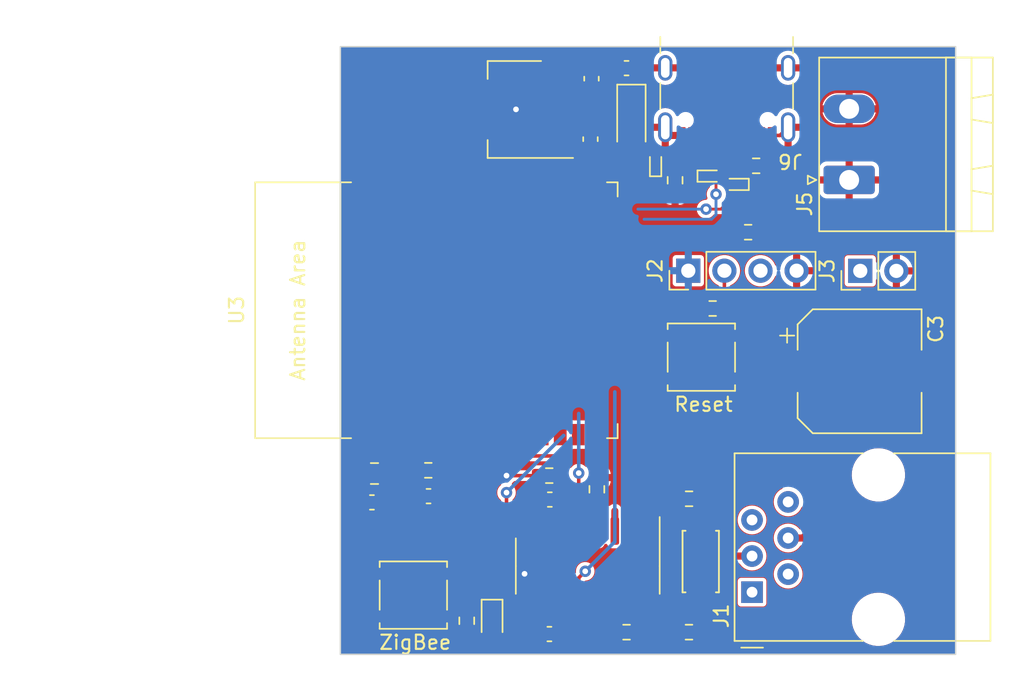
<source format=kicad_pcb>
(kicad_pcb (version 20221018) (generator pcbnew)
  (layers (0 "F.Cu" signal) (31 "B.Cu" signal) (34 "B.Paste" user) (35 "F.Paste" user) (36 "B.SilkS" user "B.Silkscreen") (37 "F.SilkS" user "F.Silkscreen") (38 "B.Mask" user) (39 "F.Mask" user) (44 "Edge.Cuts" user))
  (net 0 "")
  (net 1 "GND")
  (net 2 "Net-(U1-VDD)")
  (net 3 "Net-(U1-SC)")
  (net 4 "Net-(U1-STC)")
  (net 5 "ESP_RESET")
  (net 6 "+5V")
  (net 7 "+3.3V")
  (net 8 "MBUS1(+)")
  (net 9 "MBUS2(-)")
  (net 10 "Net-(D2-A)")
  (net 11 "Net-(D3-A)")
  (net 12 "USB_D+")
  (net 13 "USB_D-")
  (net 14 "Net-(J6-CC2)")
  (net 19 "Net-(J2-Pin_2)")
  (net 20 "Net-(J2-Pin_3)")
  (net 21 "GPIO9_BOOT_OPTION")
  (net 22 "Net-(J6-CC1)")
  (net 25 "Net-(U1-BUSL2)")
  (net 26 "Net-(U1-BUSL1)")
  (net 27 "Net-(U1-RIDD)")
  (net 28 "Net-(U1-RIS)")
  (net 29 "GPIO8_BOOT_OPTION")
  (net 30 "ZB_LED")
  (net 31 "UART0_PROG_TX")
  (net 32 "UART0_PROG_RX")
  (net 33 "ZB_BUTTON")
  (net 35 "POWER_FAIL_SIG")
  (net 37 "UART1_RX")
  (net 39 "UART1_TX")
  (footprint "Resistor_SMD:R_0603_1608Metric" (layer "F.Cu") (at 186.218207 124.24552)
    (fp_text reference "R2" hide)
    (fp_text value "220Ω")
    (fp_line (start -0.237258 -0.5225) (end 0.237258 -0.5225) (stroke (width 0.12)) (layer "F.SilkS"))
    (fp_line (start -0.237258 0.5225) (end 0.237258 0.5225) (stroke (width 0.12)) (layer "F.SilkS"))
    (pad "1" smd roundrect (at -0.825 0) (size 0.8 0.95) (layers "F.Cu" "F.Paste" "F.Mask") (net 26 "Net-(U1-BUSL1)"))
    (pad "2" smd roundrect (at 0.825 0) (size 0.8 0.95) (layers "F.Cu" "F.Paste" "F.Mask") (net 8 "MBUS1(+)"))
  )
  (footprint "Package_TO_SOT_SMD:SOT-223-3_TabPin2" (layer "F.Cu") (at 173.9646 87.4776 180)
    (fp_text reference "U2" hide)
    (fp_text value "TLV1117-33")
    (fp_line (start -4.1 -3.41) (end 1.91 -3.41) (stroke (width 0.12)) (layer "F.SilkS"))
    (fp_line (start -1.85 3.41) (end 1.91 3.41) (stroke (width 0.12)) (layer "F.SilkS"))
    (fp_line (start 1.91 -3.41) (end 1.91 -2.15) (stroke (width 0.12)) (layer "F.SilkS"))
    (fp_line (start 1.91 3.41) (end 1.91 2.15) (stroke (width 0.12)) (layer "F.SilkS"))
    (pad "1" smd rect (at -3.15 -2.3 180) (size 2 1.5) (layers "F.Cu" "F.Paste" "F.Mask") (net 1 "GND"))
    (pad "2" smd rect (at -3.15 0 180) (size 2 1.5) (layers "F.Cu" "F.Paste" "F.Mask") (net 7 "+3.3V"))
    (pad "2" smd rect (at 3.15 0 180) (size 2 3.8) (layers "F.Cu" "F.Paste" "F.Mask") (net 7 "+3.3V"))
    (pad "3" smd rect (at -3.15 2.3 180) (size 2 1.5) (layers "F.Cu" "F.Paste" "F.Mask") (net 6 "+5V"))
  )
  (footprint "Resistor_SMD:R_0603_1608Metric" (layer "F.Cu") (at 170.5858 123.4439 90)
    (fp_text reference "R7" hide)
    (fp_text value "680Ω")
    (fp_line (start -0.237258 -0.5225) (end 0.237258 -0.5225) (stroke (width 0.12)) (layer "F.SilkS"))
    (fp_line (start -0.237258 0.5225) (end 0.237258 0.5225) (stroke (width 0.12)) (layer "F.SilkS"))
    (pad "1" smd roundrect (at -0.825 0 90) (size 0.8 0.95) (layers "F.Cu" "F.Paste" "F.Mask") (net 10 "Net-(D2-A)"))
    (pad "2" smd roundrect (at 0.825 0 90) (size 0.8 0.95) (layers "F.Cu" "F.Paste" "F.Mask") (net 30 "ZB_LED"))
  )
  (footprint "Resistor_SMD:R_0603_1608Metric" (layer "F.Cu") (at 187.883811 101.475308)
    (fp_text reference "R8" hide)
    (fp_text value "160Ω")
    (fp_line (start -0.237258 -0.5225) (end 0.237258 -0.5225) (stroke (width 0.12)) (layer "F.SilkS"))
    (fp_line (start -0.237258 0.5225) (end 0.237258 0.5225) (stroke (width 0.12)) (layer "F.SilkS"))
    (pad "1" smd roundrect (at -0.825 0) (size 0.8 0.95) (layers "F.Cu" "F.Paste" "F.Mask") (net 31 "UART0_PROG_TX"))
    (pad "2" smd roundrect (at 0.825 0) (size 0.8 0.95) (layers "F.Cu" "F.Paste" "F.Mask") (net 19 "Net-(J2-Pin_2)"))
  )
  (footprint "Resistor_SMD:R_0603_1608Metric" (layer "F.Cu") (at 190.38 96.11 180)
    (fp_text reference "R9" hide)
    (fp_text value "160Ω")
    (fp_line (start -0.237258 -0.5225) (end 0.237258 -0.5225) (stroke (width 0.12)) (layer "F.SilkS"))
    (fp_line (start -0.237258 0.5225) (end 0.237258 0.5225) (stroke (width 0.12)) (layer "F.SilkS"))
    (pad "1" smd roundrect (at -0.825 0 180) (size 0.8 0.95) (layers "F.Cu" "F.Paste" "F.Mask") (net 20 "Net-(J2-Pin_3)"))
    (pad "2" smd roundrect (at 0.825 0 180) (size 0.8 0.95) (layers "F.Cu" "F.Paste" "F.Mask") (net 32 "UART0_PROG_RX"))
  )
  (footprint "Resistor_SMD:R_0603_1608Metric" (layer "F.Cu") (at 167.880319 112.861341 180)
    (fp_text reference "R5" hide)
    (fp_text value "10kΩ 1%")
    (fp_line (start -0.237258 -0.5225) (end 0.237258 -0.5225) (stroke (width 0.12)) (layer "F.SilkS"))
    (fp_line (start -0.237258 0.5225) (end 0.237258 0.5225) (stroke (width 0.12)) (layer "F.SilkS"))
    (pad "1" smd roundrect (at -0.825 0 180) (size 0.8 0.95) (layers "F.Cu" "F.Paste" "F.Mask") (net 5 "ESP_RESET"))
    (pad "2" smd roundrect (at 0.825 0 180) (size 0.8 0.95) (layers "F.Cu" "F.Paste" "F.Mask") (net 7 "+3.3V"))
  )
  (footprint "Diode_SMD:D_SOD-923" (layer "F.Cu") (at 189.568513 92.746357 180)
    (fp_text reference "D5" hide)
    (fp_text value "CPDQ5V0-HF")
    (fp_line (start -0.86 -0.4) (end -0.86 0.4) (stroke (width 0.12)) (layer "F.SilkS"))
    (fp_line (start 0.5 -0.4) (end -0.86 -0.4) (stroke (width 0.12)) (layer "F.SilkS"))
    (fp_line (start 0.5 0.4) (end -0.86 0.4) (stroke (width 0.12)) (layer "F.SilkS"))
    (pad "1" smd roundrect (at -0.42 0) (size 0.36 0.25) (layers "F.Cu" "F.Paste" "F.Mask") (net 1 "GND"))
    (pad "2" smd roundrect (at 0.42 0) (size 0.36 0.25) (layers "F.Cu" "F.Paste" "F.Mask") (net 13 "USB_D-"))
  )
  (footprint "Connector_RJ:RJ12_Amphenol_54601" (layer "F.Cu") (at 190.6548 121.4324 90)
    (fp_text reference "J1" (at -1.67 -2.16 90) (layer "F.SilkS"))
    (fp_text value "RJ12")
    (fp_line (start -3.9 0.77) (end -3.9 -0.76) (stroke (width 0.12)) (layer "F.SilkS"))
    (fp_line (start -3.43 -1.23) (end 9.77 -1.23) (stroke (width 0.12)) (layer "F.SilkS"))
    (fp_line (start -3.43 7.72) (end -3.43 7.79) (stroke (width 0.1)) (layer "F.SilkS"))
    (fp_line (start -3.43 7.79) (end -3.43 -1.23) (stroke (width 0.12)) (layer "F.SilkS"))
    (fp_line (start -3.43 16.77) (end -3.43 9.99) (stroke (width 0.12)) (layer "F.SilkS"))
    (fp_line (start 9.77 -1.23) (end 9.77 7.79) (stroke (width 0.12)) (layer "F.SilkS"))
    (fp_line (start 9.77 16.65) (end 9.77 16.77) (stroke (width 0.1)) (layer "F.SilkS"))
    (fp_line (start 9.77 16.76) (end 9.77 16.77) (stroke (width 0.1)) (layer "F.SilkS"))
    (fp_line (start 9.77 16.77) (end -3.43 16.77) (stroke (width 0.12)) (layer "F.SilkS"))
    (fp_line (start 9.77 16.77) (end 9.77 9.99) (stroke (width 0.12)) (layer "F.SilkS"))
    (pad "" np_thru_hole circle (at -1.91 8.89 90) (size 3.25 3.25) (drill 3.25) (layers "*.Cu" "*.Mask"))
    (pad "" np_thru_hole circle (at 8.25 8.89 90) (size 3.25 3.25) (drill 3.25) (layers "*.Cu" "*.Mask"))
    (pad "1" thru_hole rect (at 0 0 90) (size 1.52 1.52) (drill 0.76) (layers "*.Cu" "*.Mask"))
    (pad "2" thru_hole circle (at 1.27 2.54 90) (size 1.52 1.52) (drill 0.76) (layers "*.Cu" "*.Mask"))
    (pad "3" thru_hole circle (at 2.54 0 90) (size 1.52 1.52) (drill 0.76) (layers "*.Cu" "*.Mask") (net 8 "MBUS1(+)"))
    (pad "4" thru_hole circle (at 3.81 2.54 90) (size 1.52 1.52) (drill 0.76) (layers "*.Cu" "*.Mask") (net 9 "MBUS2(-)"))
    (pad "5" thru_hole circle (at 5.08 0 90) (size 1.52 1.52) (drill 0.76) (layers "*.Cu" "*.Mask"))
    (pad "6" thru_hole circle (at 6.35 2.54 90) (size 1.52 1.52) (drill 0.76) (layers "*.Cu" "*.Mask"))
  )
  (footprint "MountingHole:MountingHole_2.2mm_M2" (layer "F.Cu") (at 142.9004 124.841)
    (fp_text reference "H1" hide)
    (fp_text value "MountingHole")
    (pad "" np_thru_hole circle (at 0 0) (size 2.2 2.2) (drill 2.2) (layers "*.Cu" "*.Mask"))
  )
  (footprint "Capacitor_SMD:C_0603_1608Metric" (layer "F.Cu") (at 179.287871 89.563954 90)
    (fp_text reference "C6" hide)
    (fp_text value "1µF/10V")
    (fp_line (start -0.14058 -0.51) (end 0.14058 -0.51) (stroke (width 0.12)) (layer "F.SilkS"))
    (fp_line (start -0.14058 0.51) (end 0.14058 0.51) (stroke (width 0.12)) (layer "F.SilkS"))
    (pad "1" smd roundrect (at -0.775 0 90) (size 0.9 0.95) (layers "F.Cu" "F.Paste" "F.Mask") (net 1 "GND"))
    (pad "2" smd roundrect (at 0.775 0 90) (size 0.9 0.95) (layers "F.Cu" "F.Paste" "F.Mask") (net 7 "+3.3V"))
  )
  (footprint "Resistor_SMD:R_0603_1608Metric" (layer "F.Cu") (at 186.224695 114.863498)
    (fp_text reference "R1" hide)
    (fp_text value "220Ω")
    (fp_line (start -0.237258 -0.5225) (end 0.237258 -0.5225) (stroke (width 0.12)) (layer "F.SilkS"))
    (fp_line (start -0.237258 0.5225) (end 0.237258 0.5225) (stroke (width 0.12)) (layer "F.SilkS"))
    (pad "1" smd roundrect (at -0.825 0) (size 0.8 0.95) (layers "F.Cu" "F.Paste" "F.Mask") (net 25 "Net-(U1-BUSL2)"))
    (pad "2" smd roundrect (at 0.825 0) (size 0.8 0.95) (layers "F.Cu" "F.Paste" "F.Mask") (net 9 "MBUS2(-)"))
  )
  (footprint "Resistor_SMD:R_0603_1608Metric" (layer "F.Cu") (at 190.945 91.44 180)
    (fp_text reference "R10" hide)
    (fp_text value "5.1kΩ 1%")
    (fp_line (start -0.237258 -0.5225) (end 0.237258 -0.5225) (stroke (width 0.12)) (layer "F.SilkS"))
    (fp_line (start -0.237258 0.5225) (end 0.237258 0.5225) (stroke (width 0.12)) (layer "F.SilkS"))
    (pad "1" smd roundrect (at -0.825 0 180) (size 0.8 0.95) (layers "F.Cu" "F.Paste" "F.Mask") (net 1 "GND"))
    (pad "2" smd roundrect (at 0.825 0 180) (size 0.8 0.95) (layers "F.Cu" "F.Paste" "F.Mask") (net 22 "Net-(J6-CC1)"))
  )
  (footprint "LED_SMD:LED_0603_1608Metric" (layer "F.Cu") (at 172.3668 123.4439 -90)
    (fp_text reference "D2" hide)
    (fp_text value "LEDmA")
    (fp_line (start -1.485 -0.735) (end -1.485 0.735) (stroke (width 0.12)) (layer "F.SilkS"))
    (fp_line (start -1.485 0.735) (end 0.8 0.735) (stroke (width 0.12)) (layer "F.SilkS"))
    (fp_line (start 0.8 -0.735) (end -1.485 -0.735) (stroke (width 0.12)) (layer "F.SilkS"))
    (pad "1" smd roundrect (at -0.7875 0 270) (size 0.875 0.95) (layers "F.Cu" "F.Paste" "F.Mask") (net 1 "GND"))
    (pad "2" smd roundrect (at 0.7875 0 270) (size 0.875 0.95) (layers "F.Cu" "F.Paste" "F.Mask") (net 10 "Net-(D2-A)"))
  )
  (footprint "SMAJ40CA:DIOM4325X250N" (layer "F.Cu") (at 187.045223 119.2784 90)
    (fp_text reference "D1" hide)
    (fp_text value "SMAJ40CA")
    (fp_line (start -2.165 -1.28) (end -2.165 -1.07) (stroke (width 0.127)) (layer "F.SilkS"))
    (fp_line (start -2.165 1.28) (end -2.165 1.07) (stroke (width 0.127)) (layer "F.SilkS"))
    (fp_line (start -2.165 1.28) (end 2.165 1.28) (stroke (width 0.127)) (layer "F.SilkS"))
    (fp_line (start 2.165 -1.28) (end -2.165 -1.28) (stroke (width 0.127)) (layer "F.SilkS"))
    (fp_line (start 2.165 -1.07) (end 2.165 -1.28) (stroke (width 0.127)) (layer "F.SilkS"))
    (fp_line (start 2.165 1.28) (end 2.165 1.07) (stroke (width 0.127)) (layer "F.SilkS"))
    (pad "1" smd rect (at -2.115 0 90) (size 2.12 1.5) (layers "F.Cu" "F.Paste" "F.Mask") (net 8 "MBUS1(+)"))
    (pad "2" smd rect (at 2.115 0 90) (size 2.12 1.5) (layers "F.Cu" "F.Paste" "F.Mask") (net 9 "MBUS2(-)"))
  )
  (footprint "Capacitor_SMD:C_0603_1608Metric" (layer "F.Cu") (at 181.825325 84.570933 180)
    (fp_text reference "C9" hide)
    (fp_text value "10µF/25V/20%")
    (fp_line (start -0.14058 -0.51) (end 0.14058 -0.51) (stroke (width 0.12)) (layer "F.SilkS"))
    (fp_line (start -0.14058 0.51) (end 0.14058 0.51) (stroke (width 0.12)) (layer "F.SilkS"))
    (pad "1" smd roundrect (at -0.775 0 180) (size 0.9 0.95) (layers "F.Cu" "F.Paste" "F.Mask") (net 1 "GND"))
    (pad "2" smd roundrect (at 0.775 0 180) (size 0.9 0.95) (layers "F.Cu" "F.Paste" "F.Mask") (net 6 "+5V"))
  )
  (footprint "Button_Switch_SMD:SW_SPST_TL3305A" (layer "F.Cu") (at 166.83 121.64 180)
    (fp_text reference "SW2" hide)
    (fp_text value "SW_Push")
    (fp_line (start -2.37 -2.37) (end -2.37 -1.97) (stroke (width 0.12)) (layer "F.SilkS"))
    (fp_line (start -2.37 -2.37) (end 2.37 -2.37) (stroke (width 0.12)) (layer "F.SilkS"))
    (fp_line (start -2.37 1.03) (end -2.37 -1.03) (stroke (width 0.12)) (layer "F.SilkS"))
    (fp_line (start -2.37 2.37) (end -2.37 1.97) (stroke (width 0.12)) (layer "F.SilkS"))
    (fp_line (start -2.37 2.37) (end 2.37 2.37) (stroke (width 0.12)) (layer "F.SilkS"))
    (fp_line (start 2.37 -2.37) (end 2.37 -1.97) (stroke (width 0.12)) (layer "F.SilkS"))
    (fp_line (start 2.37 1.03) (end 2.37 -1.03) (stroke (width 0.12)) (layer "F.SilkS"))
    (fp_line (start 2.37 2.37) (end 2.37 1.97) (stroke (width 0.12)) (layer "F.SilkS"))
    (pad "1" smd rect (at -3.6 -1.5 180) (size 1.6 1.4) (layers "F.Cu" "F.Paste" "F.Mask") (net 33 "ZB_BUTTON"))
    (pad "1" smd rect (at 3.6 -1.5 180) (size 1.6 1.4) (layers "F.Cu" "F.Paste" "F.Mask") (net 33 "ZB_BUTTON"))
    (pad "2" smd rect (at -3.6 1.5 180) (size 1.6 1.4) (layers "F.Cu" "F.Paste" "F.Mask") (net 1 "GND"))
    (pad "2" smd rect (at 3.6 1.5 180) (size 1.6 1.4) (layers "F.Cu" "F.Paste" "F.Mask") (net 1 "GND"))
  )
  (footprint "Capacitor_SMD:CP_Elec_8x10.5" (layer "F.Cu") (at 198.2216 105.8926)
    (fp_text reference "C3" (at 5.3594 -2.9718 90) (layer "F.SilkS"))
    (fp_text value "330µF 10%")
    (fp_line (start -5.6 -2.51) (end -4.6 -2.51) (stroke (width 0.12)) (layer "F.SilkS"))
    (fp_line (start -5.1 -3.01) (end -5.1 -2.01) (stroke (width 0.12)) (layer "F.SilkS"))
    (fp_line (start -4.36 -3.295563) (end -4.36 -1.51) (stroke (width 0.12)) (layer "F.SilkS"))
    (fp_line (start -4.36 -3.295563) (end -3.295563 -4.36) (stroke (width 0.12)) (layer "F.SilkS"))
    (fp_line (start -4.36 3.295563) (end -4.36 1.51) (stroke (width 0.12)) (layer "F.SilkS"))
    (fp_line (start -4.36 3.295563) (end -3.295563 4.36) (stroke (width 0.12)) (layer "F.SilkS"))
    (fp_line (start -3.295563 -4.36) (end 4.36 -4.36) (stroke (width 0.12)) (layer "F.SilkS"))
    (fp_line (start -3.295563 4.36) (end 4.36 4.36) (stroke (width 0.12)) (layer "F.SilkS"))
    (fp_line (start 4.36 -4.36) (end 4.36 -1.51) (stroke (width 0.12)) (layer "F.SilkS"))
    (fp_line (start 4.36 4.36) (end 4.36 1.51) (stroke (width 0.12)) (layer "F.SilkS"))
    (pad "1" smd roundrect (at -3.7 0) (size 4.4 2.5) (layers "F.Cu" "F.Paste" "F.Mask") (roundrect_rratio 0.1) (net 4 "Net-(U1-STC)"))
    (pad "2" smd roundrect (at 3.7 0) (size 4.4 2.5) (layers "F.Cu" "F.Paste" "F.Mask") (roundrect_rratio 0.1) (net 1 "GND"))
  )
  (footprint "Connector_Phoenix_MSTB:PhoenixContact_MSTBA_2,5_2-G_1x02_P5.00mm_Horizontal" (layer "F.Cu") (at 197.485956 92.432998 90)
    (fp_text reference "J5" (at -1.699402 -3.125156 90) (layer "F.SilkS"))
    (fp_text value "Screw_Terminal_01x02")
    (fp_line (start -3.61 -2.11) (end -3.61 10.11) (stroke (width 0.12)) (layer "F.SilkS"))
    (fp_line (start -3.61 6.81) (end 8.61 6.81) (stroke (width 0.12)) (layer "F.SilkS"))
    (fp_line (start -3.61 8.61) (end -3.61 6.81) (stroke (width 0.12)) (layer "F.SilkS"))
    (fp_line (start -3.61 10.11) (end 8.61 10.11) (stroke (width 0.12)) (layer "F.SilkS"))
    (fp_line (start -1 10.11) (end 1 10.11) (stroke (width 0.12)) (layer "F.SilkS"))
    (fp_line (start -0.75 8.61) (end -1 10.11) (stroke (width 0.12)) (layer "F.SilkS"))
    (fp_line (start -0.3 -2.91) (end 0.3 -2.91) (stroke (width 0.12)) (layer "F.SilkS"))
    (fp_line (start 0 -2.31) (end -0.3 -2.91) (stroke (width 0.12)) (layer "F.SilkS"))
    (fp_line (start 0.3 -2.91) (end 0 -2.31) (stroke (width 0.12)) (layer "F.SilkS"))
    (fp_line (start 0.75 8.61) (end -0.75 8.61) (stroke (width 0.12)) (layer "F.SilkS"))
    (fp_line (start 1 10.11) (end 0.75 8.61) (stroke (width 0.12)) (layer "F.SilkS"))
    (fp_line (start 4 10.11) (end 6 10.11) (stroke (width 0.12)) (layer "F.SilkS"))
    (fp_line (start 4.25 8.61) (end 4 10.11) (stroke (width 0.12)) (layer "F.SilkS"))
    (fp_line (start 5.75 8.61) (end 4.25 8.61) (stroke (width 0.12)) (layer "F.SilkS"))
    (fp_line (start 6 10.11) (end 5.75 8.61) (stroke (width 0.12)) (layer "F.SilkS"))
    (fp_line (start 8.61 -2.11) (end -3.61 -2.11) (stroke (width 0.12)) (layer "F.SilkS"))
    (fp_line (start 8.61 6.81) (end 8.61 8.61) (stroke (width 0.12)) (layer "F.SilkS"))
    (fp_line (start 8.61 8.61) (end -3.61 8.61) (stroke (width 0.12)) (layer "F.SilkS"))
    (fp_line (start 8.61 10.11) (end 8.61 -2.11) (stroke (width 0.12)) (layer "F.SilkS"))
    (pad "1" thru_hole roundrect (at 0 0 90) (size 2 3.6) (drill 1.4) (layers "*.Cu" "*.Mask") (roundrect_rratio 0.125) (net 1 "GND"))
    (pad "2" thru_hole oval (at 5 0 90) (size 2 3.6) (drill 1.4) (layers "*.Cu" "*.Mask") (net 6 "+5V"))
  )
  (footprint "Resistor_SMD:R_0603_1608Metric" (layer "F.Cu") (at 179.738016 114.19598 90)
    (fp_text reference "R3" hide)
    (fp_text value "30kΩ 1%")
    (fp_line (start -0.237258 -0.5225) (end 0.237258 -0.5225) (stroke (width 0.12)) (layer "F.SilkS"))
    (fp_line (start -0.237258 0.5225) (end 0.237258 0.5225) (stroke (width 0.12)) (layer "F.SilkS"))
    (pad "1" smd roundrect (at -0.825 0 90) (size 0.8 0.95) (layers "F.Cu" "F.Paste" "F.Mask") (net 27 "Net-(U1-RIDD)"))
    (pad "2" smd roundrect (at 0.825 0 90) (size 0.8 0.95) (layers "F.Cu" "F.Paste" "F.Mask") (net 1 "GND"))
  )
  (footprint "Capacitor_SMD:C_0805_2012Metric" (layer "F.Cu") (at 164.094939 113.08616)
    (fp_text reference "C7" hide)
    (fp_text value "22µF/10V")
    (fp_line (start -0.261252 -0.735) (end 0.261252 -0.735) (stroke (width 0.12)) (layer "F.SilkS"))
    (fp_line (start -0.261252 0.735) (end 0.261252 0.735) (stroke (width 0.12)) (layer "F.SilkS"))
    (pad "1" smd roundrect (at -0.95 0) (size 1 1.45) (layers "F.Cu" "F.Paste" "F.Mask") (net 1 "GND"))
    (pad "2" smd roundrect (at 0.95 0) (size 1 1.45) (layers "F.Cu" "F.Paste" "F.Mask") (net 7 "+3.3V"))
  )
  (footprint "Package_SO:SOIC-16_3.9x9.9mm_P1.27mm" (layer "F.Cu") (at 179.0978 119.5974 -90)
    (fp_text reference "U1" hide)
    (fp_text value "NCN5150DG")
    (fp_line (start 0 -5.06) (end -3.45 -5.06) (stroke (width 0.12)) (layer "F.SilkS"))
    (fp_line (start 0 -5.06) (end 1.95 -5.06) (stroke (width 0.12)) (layer "F.SilkS"))
    (fp_line (start 0 5.06) (end -1.95 5.06) (stroke (width 0.12)) (layer "F.SilkS"))
    (fp_line (start 0 5.06) (end 1.95 5.06) (stroke (width 0.12)) (layer "F.SilkS"))
    (pad "1" smd roundrect (at -2.475 -4.445 270) (size 1.95 0.6) (layers "F.Cu" "F.Paste" "F.Mask") (net 25 "Net-(U1-BUSL2)"))
    (pad "2" smd roundrect (at -2.475 -3.175 270) (size 1.95 0.6) (layers "F.Cu" "F.Paste" "F.Mask"))
    (pad "3" smd roundrect (at -2.475 -1.905 270) (size 1.95 0.6) (layers "F.Cu" "F.Paste" "F.Mask") (net 4 "Net-(U1-STC)"))
    (pad "4" smd roundrect (at -2.475 -0.635 270) (size 1.95 0.6) (layers "F.Cu" "F.Paste" "F.Mask") (net 27 "Net-(U1-RIDD)"))
    (pad "5" smd roundrect (at -2.475 0.635 270) (size 1.95 0.6) (layers "F.Cu" "F.Paste" "F.Mask") (net 35 "POWER_FAIL_SIG"))
    (pad "6" smd roundrect (at -2.475 1.905 270) (size 1.95 0.6) (layers "F.Cu" "F.Paste" "F.Mask") (net 3 "Net-(U1-SC)"))
    (pad "7" smd roundrect (at -2.475 3.175 270) (size 1.95 0.6) (layers "F.Cu" "F.Paste" "F.Mask"))
    (pad "8" smd roundrect (at -2.475 4.445 270) (size 1.95 0.6) (layers "F.Cu" "F.Paste" "F.Mask") (net 37 "UART1_RX"))
    (pad "9" smd roundrect (at 2.475 4.445 270) (size 1.95 0.6) (layers "F.Cu" "F.Paste" "F.Mask") (net 7 "+3.3V"))
    (pad "10" smd roundrect (at 2.475 3.175 270) (size 1.95 0.6) (layers "F.Cu" "F.Paste" "F.Mask"))
    (pad "11" smd roundrect (at 2.475 1.905 270) (size 1.95 0.6) (layers "F.Cu" "F.Paste" "F.Mask") (net 2 "Net-(U1-VDD)"))
    (pad "12" smd roundrect (at 2.475 0.635 270) (size 1.95 0.6) (layers "F.Cu" "F.Paste" "F.Mask") (net 39 "UART1_TX"))
    (pad "13" smd roundrect (at 2.475 -0.635 270) (size 1.95 0.6) (layers "F.Cu" "F.Paste" "F.Mask"))
    (pad "14" smd roundrect (at 2.475 -1.905 270) (size 1.95 0.6) (layers "F.Cu" "F.Paste" "F.Mask") (net 28 "Net-(U1-RIS)"))
    (pad "15" smd roundrect (at 2.475 -3.175 270) (size 1.95 0.6) (layers "F.Cu" "F.Paste" "F.Mask") (net 1 "GND"))
    (pad "16" smd roundrect (at 2.475 -4.445 270) (size 1.95 0.6) (layers "F.Cu" "F.Paste" "F.Mask") (net 26 "Net-(U1-BUSL1)"))
  )
  (footprint "Connector_PinHeader_2.54mm:PinHeader_1x04_P2.54mm_Vertical" (layer "F.Cu") (at 186.17 98.82 90)
    (fp_text reference "J2" (at 0 -2.33 90) (layer "F.SilkS"))
    (fp_text value "Conn_01x04")
    (fp_line (start -1.33 -1.33) (end 0 -1.33) (stroke (width 0.12)) (layer "F.SilkS"))
    (fp_line (start -1.33 0) (end -1.33 -1.33) (stroke (width 0.12)) (layer "F.SilkS"))
    (fp_line (start -1.33 1.27) (end -1.33 8.95) (stroke (width 0.12)) (layer "F.SilkS"))
    (fp_line (start -1.33 1.27) (end 1.33 1.27) (stroke (width 0.12)) (layer "F.SilkS"))
    (fp_line (start -1.33 8.95) (end 1.33 8.95) (stroke (width 0.12)) (layer "F.SilkS"))
    (fp_line (start 1.33 1.27) (end 1.33 8.95) (stroke (width 0.12)) (layer "F.SilkS"))
    (pad "1" thru_hole rect (at 0 0 90) (size 1.7 1.7) (drill 1) (layers "*.Cu" "*.Mask") (net 7 "+3.3V"))
    (pad "2" thru_hole oval (at 0 2.54 90) (size 1.7 1.7) (drill 1) (layers "*.Cu" "*.Mask") (net 19 "Net-(J2-Pin_2)"))
    (pad "3" thru_hole oval (at 0 5.08 90) (size 1.7 1.7) (drill 1) (layers "*.Cu" "*.Mask") (net 20 "Net-(J2-Pin_3)"))
    (pad "4" thru_hole oval (at 0 7.62 90) (size 1.7 1.7) (drill 1) (layers "*.Cu" "*.Mask") (net 1 "GND"))
  )
  (footprint "Diode_SMD:D_SOD-923" (layer "F.Cu") (at 183.8706 91.3167 90)
    (fp_text reference "D6" hide)
    (fp_text value "CPDQ5V0-HF")
    (fp_line (start -0.86 -0.4) (end -0.86 0.4) (stroke (width 0.12)) (layer "F.SilkS"))
    (fp_line (start 0.5 -0.4) (end -0.86 -0.4) (stroke (width 0.12)) (layer "F.SilkS"))
    (fp_line (start 0.5 0.4) (end -0.86 0.4) (stroke (width 0.12)) (layer "F.SilkS"))
    (pad "1" smd roundrect (at -0.42 0 270) (size 0.36 0.25) (layers "F.Cu" "F.Paste" "F.Mask") (net 1 "GND"))
    (pad "2" smd roundrect (at 0.42 0 270) (size 0.36 0.25) (layers "F.Cu" "F.Paste" "F.Mask") (net 11 "Net-(D3-A)"))
  )
  (footprint "Capacitor_SMD:C_0603_1608Metric" (layer "F.Cu") (at 167.897862 114.678273)
    (fp_text reference "C4" hide)
    (fp_text value "1µF/16V/10%")
    (fp_line (start -0.14058 -0.51) (end 0.14058 -0.51) (stroke (width 0.12)) (layer "F.SilkS"))
    (fp_line (start -0.14058 0.51) (end 0.14058 0.51) (stroke (width 0.12)) (layer "F.SilkS"))
    (pad "1" smd roundrect (at -0.775 0) (size 0.9 0.95) (layers "F.Cu" "F.Paste" "F.Mask") (net 1 "GND"))
    (pad "2" smd roundrect (at 0.775 0) (size 0.9 0.95) (layers "F.Cu" "F.Paste" "F.Mask") (net 5 "ESP_RESET"))
  )
  (footprint "Capacitor_SMD:C_0603_1608Metric" (layer "F.Cu") (at 176.429258 114.918284)
    (fp_text reference "C2" hide)
    (fp_text value "220nF")
    (fp_line (start -0.14058 -0.51) (end 0.14058 -0.51) (stroke (width 0.12)) (layer "F.SilkS"))
    (fp_line (start -0.14058 0.51) (end 0.14058 0.51) (stroke (width 0.12)) (layer "F.SilkS"))
    (pad "1" smd roundrect (at -0.775 0) (size 0.9 0.95) (layers "F.Cu" "F.Paste" "F.Mask") (net 1 "GND"))
    (pad "2" smd roundrect (at 0.775 0) (size 0.9 0.95) (layers "F.Cu" "F.Paste" "F.Mask") (net 3 "Net-(U1-SC)"))
  )
  (footprint "Button_Switch_SMD:SW_SPST_TL3305A" (layer "F.Cu") (at 187.09 104.9 180)
    (fp_text reference "SW1" hide)
    (fp_text value "SW_Push")
    (fp_line (start -2.37 -2.37) (end -2.37 -1.97) (stroke (width 0.12)) (layer "F.SilkS"))
    (fp_line (start -2.37 -2.37) (end 2.37 -2.37) (stroke (width 0.12)) (layer "F.SilkS"))
    (fp_line (start -2.37 1.03) (end -2.37 -1.03) (stroke (width 0.12)) (layer "F.SilkS"))
    (fp_line (start -2.37 2.37) (end -2.37 1.97) (stroke (width 0.12)) (layer "F.SilkS"))
    (fp_line (start -2.37 2.37) (end 2.37 2.37) (stroke (width 0.12)) (layer "F.SilkS"))
    (fp_line (start 2.37 -2.37) (end 2.37 -1.97) (stroke (width 0.12)) (layer "F.SilkS"))
    (fp_line (start 2.37 1.03) (end 2.37 -1.03) (stroke (width 0.12)) (layer "F.SilkS"))
    (fp_line (start 2.37 2.37) (end 2.37 1.97) (stroke (width 0.12)) (layer "F.SilkS"))
    (pad "1" smd rect (at -3.6 -1.5 180) (size 1.6 1.4) (layers "F.Cu" "F.Paste" "F.Mask") (net 1 "GND"))
    (pad "1" smd rect (at 3.6 -1.5 180) (size 1.6 1.4) (layers "F.Cu" "F.Paste" "F.Mask") (net 1 "GND"))
    (pad "2" smd rect (at -3.6 1.5 180) (size 1.6 1.4) (layers "F.Cu" "F.Paste" "F.Mask") (net 5 "ESP_RESET"))
    (pad "2" smd rect (at 3.6 1.5 180) (size 1.6 1.4) (layers "F.Cu" "F.Paste" "F.Mask") (net 5 "ESP_RESET"))
  )
  (footprint "Resistor_SMD:R_0603_1608Metric" (layer "F.Cu") (at 185.2422 92.456 90)
    (fp_text reference "R11" hide)
    (fp_text value "5.1kΩ 1%")
    (fp_line (start -0.237258 -0.5225) (end 0.237258 -0.5225) (stroke (width 0.12)) (layer "F.SilkS"))
    (fp_line (start -0.237258 0.5225) (end 0.237258 0.5225) (stroke (width 0.12)) (layer "F.SilkS"))
    (pad "1" smd roundrect (at -0.825 0 90) (size 0.8 0.95) (layers "F.Cu" "F.Paste" "F.Mask") (net 1 "GND"))
    (pad "2" smd roundrect (at 0.825 0 90) (size 0.8 0.95) (layers "F.Cu" "F.Paste" "F.Mask") (net 14 "Net-(J6-CC2)"))
  )
  (footprint "Resistor_SMD:R_0603_1608Metric" (layer "F.Cu") (at 176.38933 113.234057 180)
    (fp_text reference "R6" hide)
    (fp_text value "10kΩ 1%")
    (fp_line (start -0.237258 -0.5225) (end 0.237258 -0.5225) (stroke (width 0.12)) (layer "F.SilkS"))
    (fp_line (start -0.237258 0.5225) (end 0.237258 0.5225) (stroke (width 0.12)) (layer "F.SilkS"))
    (pad "1" smd roundrect (at -0.825 0 180) (size 0.8 0.95) (layers "F.Cu" "F.Paste" "F.Mask") (net 29 "GPIO8_BOOT_OPTION"))
    (pad "2" smd roundrect (at 0.825 0 180) (size 0.8 0.95) (layers "F.Cu" "F.Paste" "F.Mask") (net 7 "+3.3V"))
  )
  (footprint "Resistor_SMD:R_0603_1608Metric" (layer "F.Cu") (at 181.828066 124.246962 180)
    (fp_text reference "R4" hide)
    (fp_text value "100Ω 1%")
    (fp_line (start -0.237258 -0.5225) (end 0.237258 -0.5225) (stroke (width 0.12)) (layer "F.SilkS"))
    (fp_line (start -0.237258 0.5225) (end 0.237258 0.5225) (stroke (width 0.12)) (layer "F.SilkS"))
    (pad "1" smd roundrect (at -0.825 0 180) (size 0.8 0.95) (layers "F.Cu" "F.Paste" "F.Mask") (net 1 "GND"))
    (pad "2" smd roundrect (at 0.825 0 180) (size 0.8 0.95) (layers "F.Cu" "F.Paste" "F.Mask") (net 28 "Net-(U1-RIS)"))
  )
  (footprint "Capacitor_SMD:C_0603_1608Metric" (layer "F.Cu") (at 163.914939 115.11616)
    (fp_text reference "C8" hide)
    (fp_text value "0.1µF/50V/10%")
    (fp_line (start -0.14058 -0.51) (end 0.14058 -0.51) (stroke (width 0.12)) (layer "F.SilkS"))
    (fp_line (start -0.14058 0.51) (end 0.14058 0.51) (stroke (width 0.12)) (layer "F.SilkS"))
    (pad "1" smd roundrect (at -0.775 0) (size 0.9 0.95) (layers "F.Cu" "F.Paste" "F.Mask") (net 1 "GND"))
    (pad "2" smd roundrect (at 0.775 0) (size 0.9 0.95) (layers "F.Cu" "F.Paste" "F.Mask") (net 7 "+3.3V"))
  )
  (footprint "Connector_PinHeader_2.54mm:PinHeader_1x02_P2.54mm_Vertical" (layer "F.Cu") (at 198.2674 98.8314 90)
    (fp_text reference "J3" (at 0 -2.33 90) (layer "F.SilkS"))
    (fp_text value "Conn_01x02")
    (fp_line (start -1.33 -1.33) (end 0 -1.33) (stroke (width 0.12)) (layer "F.SilkS"))
    (fp_line (start -1.33 0) (end -1.33 -1.33) (stroke (width 0.12)) (layer "F.SilkS"))
    (fp_line (start -1.33 1.27) (end -1.33 3.87) (stroke (width 0.12)) (layer "F.SilkS"))
    (fp_line (start -1.33 1.27) (end 1.33 1.27) (stroke (width 0.12)) (layer "F.SilkS"))
    (fp_line (start -1.33 3.87) (end 1.33 3.87) (stroke (width 0.12)) (layer "F.SilkS"))
    (fp_line (start 1.33 1.27) (end 1.33 3.87) (stroke (width 0.12)) (layer "F.SilkS"))
    (pad "1" thru_hole rect (at 0 0 90) (size 1.7 1.7) (drill 1) (layers "*.Cu" "*.Mask") (net 21 "GPIO9_BOOT_OPTION"))
    (pad "2" thru_hole oval (at 0 2.54 90) (size 1.7 1.7) (drill 1) (layers "*.Cu" "*.Mask") (net 1 "GND"))
  )
  (footprint "Capacitor_SMD:C_0603_1608Metric" (layer "F.Cu") (at 176.4008 124.3784)
    (fp_text reference "C1" hide)
    (fp_text value "10µF")
    (fp_line (start -0.14058 -0.51) (end 0.14058 -0.51) (stroke (width 0.12)) (layer "F.SilkS"))
    (fp_line (start -0.14058 0.51) (end 0.14058 0.51) (stroke (width 0.12)) (layer "F.SilkS"))
    (pad "1" smd roundrect (at -0.775 0) (size 0.9 0.95) (layers "F.Cu" "F.Paste" "F.Mask") (net 1 "GND"))
    (pad "2" smd roundrect (at 0.775 0) (size 0.9 0.95) (layers "F.Cu" "F.Paste" "F.Mask") (net 2 "Net-(U1-VDD)"))
  )
  (footprint "Diode_SMD:D_SOD-923" (layer "F.Cu") (at 187.6769 92.164)
    (fp_text reference "D4" hide)
    (fp_text value "CPDQ5V0-HF")
    (fp_line (start -0.86 -0.4) (end -0.86 0.4) (stroke (width 0.12)) (layer "F.SilkS"))
    (fp_line (start 0.5 -0.4) (end -0.86 -0.4) (stroke (width 0.12)) (layer "F.SilkS"))
    (fp_line (start 0.5 0.4) (end -0.86 0.4) (stroke (width 0.12)) (layer "F.SilkS"))
    (pad "1" smd roundrect (at -0.42 0 180) (size 0.36 0.25) (layers "F.Cu" "F.Paste" "F.Mask") (net 1 "GND"))
    (pad "2" smd roundrect (at 0.42 0 180) (size 0.36 0.25) (layers "F.Cu" "F.Paste" "F.Mask") (net 12 "USB_D+"))
  )
  (footprint "Espressif:ESP32-C6-WROOM-1" (layer "F.Cu") (at 171.45 101.6 90)
    (fp_text reference "U3" (at 0 -17.05 90) (layer "F.SilkS"))
    (fp_text value "ESP32-C6-WROOM-1")
    (fp_text user "Antenna Area" (at 0 -12.75 90) (layer "F.SilkS"))
    (fp_line (start -9 -15.75) (end -9 -9) (stroke (width 0.12)) (layer "F.SilkS"))
    (fp_line (start -9 -15.75) (end 9 -15.75) (stroke (width 0.12)) (layer "F.SilkS"))
    (fp_line (start -9 9) (end -9 9.75) (stroke (width 0.12)) (layer "F.SilkS"))
    (fp_line (start -9 9.75) (end -8 9.75) (stroke (width 0.12)) (layer "F.SilkS"))
    (fp_line (start 9 -15.75) (end 9 -9) (stroke (width 0.12)) (layer "F.SilkS"))
    (fp_line (start 9 -9.75) (end -9 -9.75) (stroke (width 0.12)) (layer "F.SilkS"))
    (fp_line (start 9 9) (end 9 9.75) (stroke (width 0.12)) (layer "F.SilkS"))
    (fp_line (start 9 9.75) (end 8 9.75) (stroke (width 0.12)) (layer "F.SilkS"))
    (pad "1" smd rect (at -8.75 -8.26 90) (size 1.5 0.9) (layers "F.Cu" "F.Paste" "F.Mask") (net 1 "GND"))
    (pad "2" smd rect (at -8.75 -6.99 90) (size 1.5 0.9) (layers "F.Cu" "F.Paste" "F.Mask") (net 7 "+3.3V"))
    (pad "3" smd rect (at -8.75 -5.72 90) (size 1.5 0.9) (layers "F.Cu" "F.Paste" "F.Mask") (net 5 "ESP_RESET"))
    (pad "4" smd rect (at -8.75 -4.45 90) (size 1.5 0.9) (layers "F.Cu" "F.Paste" "F.Mask"))
    (pad "5" smd rect (at -8.75 -3.18 90) (size 1.5 0.9) (layers "F.Cu" "F.Paste" "F.Mask"))
    (pad "6" smd rect (at -8.75 -1.91 90) (size 1.5 0.9) (layers "F.Cu" "F.Paste" "F.Mask"))
    (pad "7" smd rect (at -8.75 -0.64 90) (size 1.5 0.9) (layers "F.Cu" "F.Paste" "F.Mask"))
    (pad "8" smd rect (at -8.75 0.63 90) (size 1.5 0.9) (layers "F.Cu" "F.Paste" "F.Mask") (net 33 "ZB_BUTTON"))
    (pad "9" smd rect (at -8.75 1.9 90) (size 1.5 0.9) (layers "F.Cu" "F.Paste" "F.Mask") (net 30 "ZB_LED"))
    (pad "10" smd rect (at -8.75 3.17 90) (size 1.5 0.9) (layers "F.Cu" "F.Paste" "F.Mask") (net 29 "GPIO8_BOOT_OPTION"))
    (pad "11" smd rect (at -8.75 4.44 90) (size 1.5 0.9) (layers "F.Cu" "F.Paste" "F.Mask"))
    (pad "12" smd rect (at -8.75 5.71 90) (size 1.5 0.9) (layers "F.Cu" "F.Paste" "F.Mask") (net 1 "GND"))
    (pad "13" smd rect (at -8.75 6.98 90) (size 1.5 0.9) (layers "F.Cu" "F.Paste" "F.Mask") (net 13 "USB_D-"))
    (pad "14" smd rect (at -8.75 8.25 90) (size 1.5 0.9) (layers "F.Cu" "F.Paste" "F.Mask") (net 12 "USB_D+"))
    (pad "15" smd rect (at 8.75 8.25 270) (size 1.5 0.9) (layers "F.Cu" "F.Paste" "F.Mask") (net 21 "GPIO9_BOOT_OPTION"))
    (pad "16" smd rect (at 8.75 6.98 270) (size 1.5 0.9) (layers "F.Cu" "F.Paste" "F.Mask"))
    (pad "17" smd rect (at 8.75 5.71 270) (size 1.5 0.9) (layers "F.Cu" "F.Paste" "F.Mask"))
    (pad "18" smd rect (at 8.75 4.44 270) (size 1.5 0.9) (layers "F.Cu" "F.Paste" "F.Mask"))
    (pad "19" smd rect (at 8.75 3.17 270) (size 1.5 0.9) (layers "F.Cu" "F.Paste" "F.Mask") (net 35 "POWER_FAIL_SIG"))
    (pad "20" smd rect (at 8.75 1.9 270) (size 1.5 0.9) (layers "F.Cu" "F.Paste" "F.Mask") (net 37 "UART1_RX"))
    (pad "21" smd rect (at 8.75 0.63 270) (size 1.5 0.9) (layers "F.Cu" "F.Paste" "F.Mask") (net 39 "UART1_TX"))
    (pad "22" smd rect (at 8.75 -0.64 270) (size 1.5 0.9) (layers "F.Cu" "F.Paste" "F.Mask"))
    (pad "23" smd rect (at 8.75 -1.91 270) (size 1.5 0.9) (layers "F.Cu" "F.Paste" "F.Mask"))
    (pad "24" smd rect (at 8.75 -3.18 270) (size 1.5 0.9) (layers "F.Cu" "F.Paste" "F.Mask") (net 32 "UART0_PROG_RX"))
    (pad "25" smd rect (at 8.75 -4.45 270) (size 1.5 0.9) (layers "F.Cu" "F.Paste" "F.Mask") (net 31 "UART0_PROG_TX"))
    (pad "26" smd rect (at 8.75 -5.72 270) (size 1.5 0.9) (layers "F.Cu" "F.Paste" "F.Mask"))
    (pad "27" smd rect (at 8.75 -6.99 270) (size 1.5 0.9) (layers "F.Cu" "F.Paste" "F.Mask"))
    (pad "28" smd rect (at 8.75 -8.26 270) (size 1.5 0.9) (layers "F.Cu" "F.Paste" "F.Mask") (net 1 "GND"))
    (pad "29" smd rect (at -2.755 -3.79 270) (size 0.8 0.8) (layers "F.Cu" "F.Paste" "F.Mask") (net 1 "GND"))
    (pad "29" smd rect (at -2.755 -2.54 270) (size 0.8 0.8) (layers "F.Cu" "F.Paste" "F.Mask") (net 1 "GND"))
    (pad "29" smd rect (at -2.755 -1.29 270) (size 0.8 0.8) (layers "F.Cu" "F.Paste" "F.Mask") (net 1 "GND"))
    (pad "29" smd rect (at -1.505 -3.79 270) (size 0.8 0.8) (layers "F.Cu" "F.Paste" "F.Mask") (net 1 "GND"))
    (pad "29" smd rect (at -1.505 -2.54 270) (size 0.8 0.8) (layers "F.Cu" "F.Paste" "F.Mask") (net 1 "GND"))
    (pad "29" smd rect (at -1.505 -1.29 270) (size 0.8 0.8) (layers "F.Cu" "F.Paste" "F.Mask") (net 1 "GND"))
    (pad "29" smd rect (at -0.255 -3.79 270) (size 0.8 0.8) (layers "F.Cu" "F.Paste" "F.Mask") (net 1 "GND"))
    (pad "29" smd rect (at -0.255 -2.54 270) (size 0.8 0.8) (layers "F.Cu" "F.Paste" "F.Mask") (net 1 "GND"))
    (pad "29" smd rect (at -0.255 -1.29 270) (size 0.8 0.8) (layers "F.Cu" "F.Paste" "F.Mask") (net 1 "GND"))
    (zone (net 0) (net_name "") (layers "*.Cu") (name "Antenna Keep out") (connect_pads (clearance 0)) (min_thickness 0.254)
      (keepout (tracks not_allowed) (vias not_allowed) (pads not_allowed) (copperpour not_allowed) (footprints not_allowed))
      (fill (thermal_gap 0.508) (thermal_bridge_width 0.508))
      (polygon (pts (xy 161.7 92.6) (xy 161.7 110.6) (xy 155.7 110.6) (xy 155.7 92.6)))
    )
  )
  (footprint "Connector_USB:USB_C_Receptacle_GCT_USB4105-xx-A_16P_TopMnt_Horizontal" (layer "F.Cu") (at 188.869954 85.623702 180)
    (fp_text reference "J6" (at -4.474846 -5.5 180 unlocked) (layer "F.SilkS"))
    (fp_text value "USB_C_Receptacle_USB2.0")
    (fp_line (start -4.67 0) (end -4.67 -1.8) (stroke (width 0.12)) (layer "F.SilkS"))
    (fp_line (start -4.67 2.1) (end -4.67 3.25) (stroke (width 0.12)) (layer "F.SilkS"))
    (fp_line (start 4.67 0) (end 4.67 -1.8) (stroke (width 0.12)) (layer "F.SilkS"))
    (fp_line (start 4.67 2.1) (end 4.67 3.25) (stroke (width 0.12)) (layer "F.SilkS"))
    (pad "" np_thru_hole circle (at -2.89 -2.605 180) (size 0.65 0.65) (drill 0.65) (layers "F&B.Cu" "*.Mask"))
    (pad "" np_thru_hole circle (at 2.89 -2.605 180) (size 0.65 0.65) (drill 0.65) (layers "F&B.Cu" "*.Mask"))
    (pad "A1" smd rect (at -3.2 -3.68 180) (size 0.6 1.15) (layers "F.Cu" "F.Paste" "F.Mask") (net 1 "GND"))
    (pad "A4" smd rect (at -2.4 -3.68 180) (size 0.6 1.15) (layers "F.Cu" "F.Paste" "F.Mask") (net 11 "Net-(D3-A)"))
    (pad "A5" smd rect (at -1.25 -3.68 180) (size 0.3 1.15) (layers "F.Cu" "F.Paste" "F.Mask") (net 22 "Net-(J6-CC1)"))
    (pad "A6" smd rect (at -0.25 -3.68 180) (size 0.3 1.15) (layers "F.Cu" "F.Paste" "F.Mask") (net 12 "USB_D+"))
    (pad "A7" smd rect (at 0.25 -3.68 180) (size 0.3 1.15) (layers "F.Cu" "F.Paste" "F.Mask") (net 13 "USB_D-"))
    (pad "A8" smd rect (at 1.25 -3.68 180) (size 0.3 1.15) (layers "F.Cu" "F.Paste" "F.Mask"))
    (pad "A9" smd rect (at 2.4 -3.68 180) (size 0.6 1.15) (layers "F.Cu" "F.Paste" "F.Mask") (net 11 "Net-(D3-A)"))
    (pad "A12" smd rect (at 3.2 -3.68 180) (size 0.6 1.15) (layers "F.Cu" "F.Paste" "F.Mask") (net 1 "GND"))
    (pad "B1" smd rect (at 3.2 -3.68 180) (size 0.6 1.15) (layers "F.Cu" "F.Paste" "F.Mask") (net 1 "GND"))
    (pad "B4" smd rect (at 2.4 -3.68 180) (size 0.6 1.15) (layers "F.Cu" "F.Paste" "F.Mask") (net 11 "Net-(D3-A)"))
    (pad "B5" smd rect (at 1.75 -3.68 180) (size 0.3 1.15) (layers "F.Cu" "F.Paste" "F.Mask") (net 14 "Net-(J6-CC2)"))
    (pad "B6" smd rect (at 0.75 -3.68 180) (size 0.3 1.15) (layers "F.Cu" "F.Paste" "F.Mask") (net 12 "USB_D+"))
    (pad "B7" smd rect (at -0.75 -3.68 180) (size 0.3 1.15) (layers "F.Cu" "F.Paste" "F.Mask") (net 13 "USB_D-"))
    (pad "B8" smd rect (at -1.75 -3.68 180) (size 0.3 1.15) (layers "F.Cu" "F.Paste" "F.Mask"))
    (pad "B9" smd rect (at -2.4 -3.68 180) (size 0.6 1.15) (layers "F.Cu" "F.Paste" "F.Mask") (net 11 "Net-(D3-A)"))
    (pad "B12" smd rect (at -3.2 -3.68 180) (size 0.6 1.15) (layers "F.Cu" "F.Paste" "F.Mask") (net 1 "GND"))
    (pad "S1" thru_hole oval (at -4.32 -3.105 180) (size 1 2.1) (drill oval 0.6 1.7) (layers "*.Cu" "*.Mask") (net 1 "GND"))
    (pad "S1" thru_hole oval (at -4.32 1.075 180) (size 1 1.8) (drill oval 0.6 1.4) (layers "*.Cu" "*.Mask") (net 1 "GND"))
    (pad "S1" thru_hole oval (at 4.32 -3.105 180) (size 1 2.1) (drill oval 0.6 1.7) (layers "*.Cu" "*.Mask") (net 1 "GND"))
    (pad "S1" thru_hole oval (at 4.32 1.075 180) (size 1 1.8) (drill oval 0.6 1.4) (layers "*.Cu" "*.Mask") (net 1 "GND"))
  )
  (footprint "Capacitor_SMD:C_0603_1608Metric" (layer "F.Cu") (at 179.36 85.31 -90)
    (fp_text reference "C5" hide)
    (fp_text value "1µF/10V")
    (fp_line (start -0.14058 -0.51) (end 0.14058 -0.51) (stroke (width 0.12)) (layer "F.SilkS"))
    (fp_line (start -0.14058 0.51) (end 0.14058 0.51) (stroke (width 0.12)) (layer "F.SilkS"))
    (pad "1" smd roundrect (at -0.775 0 270) (size 0.9 0.95) (layers "F.Cu" "F.Paste" "F.Mask") (net 1 "GND"))
    (pad "2" smd roundrect (at 0.775 0 270) (size 0.9 0.95) (layers "F.Cu" "F.Paste" "F.Mask") (net 6 "+5V"))
  )
  (footprint "Diode_SMD:D_SOD-123" (layer "F.Cu") (at 182.1688 88.0872 -90)
    (fp_text reference "D3" hide)
    (fp_text value "1N5819")
    (fp_line (start -2.36 -1) (end -2.36 1) (stroke (width 0.12)) (layer "F.SilkS"))
    (fp_line (start -2.36 -1) (end 1.65 -1) (stroke (width 0.12)) (layer "F.SilkS"))
    (fp_line (start -2.36 1) (end 1.65 1) (stroke (width 0.12)) (layer "F.SilkS"))
    (pad "1" smd roundrect (at -1.65 0 270) (size 0.9 1.2) (layers "F.Cu" "F.Paste" "F.Mask") (net 6 "+5V"))
    (pad "2" smd roundrect (at 1.65 0 270) (size 0.9 1.2) (layers "F.Cu" "F.Paste" "F.Mask") (net 11 "Net-(D3-A)"))
  )
  (gr_rect (start 161.6964 83.058) (end 204.978 125.8062) (stroke (width 0.1)) (fill none) (layer "Edge.Cuts"))
  (gr_text "Reset" (at 185.09 108.81) (layer "F.SilkS") (effects (font (size 1 1)) (justify left bottom)))
  (gr_text "ZigBee" (at 164.3408 125.5516) (layer "F.SilkS") (effects (font (size 1 1)) (justify left bottom)))
  (segment (start 184.549954 89.303702) (end 185.669954 89.303702) (width 0.25) (layer "F.Cu") (net 1))
  (segment (start 182.2728 123.866696) (end 182.653066 124.246962) (width 0.5) (layer "F.Cu") (net 1))
  (segment (start 192.069954 89.303702) (end 192.614954 89.303702) (width 0.25) (layer "F.Cu") (net 1))
  (segment (start 176.4008 114.171742) (end 176.4008 113.9784) (width 0.6) (layer "F.Cu") (net 1))
  (segment (start 175.654258 114.918284) (end 176.4008 114.171742) (width 0.6) (layer "F.Cu") (net 1))
  (segment (start 192.614954 89.303702) (end 193.189954 88.728702) (width 0.25) (layer "F.Cu") (net 1))
  (segment (start 184.549954 88.728702) (end 184.549954 89.303702) (width 0.25) (layer "F.Cu") (net 1))
  (segment (start 182.2728 122.0724) (end 182.2728 123.866696) (width 0.5) (layer "F.Cu") (net 1))
  (segment (start 177.186361 124.242637) (end 177.186361 122.078839) (width 0.5) (layer "F.Cu") (net 2))
  (segment (start 177.186361 122.078839) (end 177.1928 122.0724) (width 0.25) (layer "F.Cu") (net 2))
  (segment (start 177.1928 114.929742) (end 177.204258 114.918284) (width 0.25) (layer "F.Cu") (net 3))
  (segment (start 177.1928 117.1224) (end 177.1928 114.929742) (width 0.5) (layer "F.Cu") (net 3))
  (segment (start 181.0028 117.1224) (end 181.0028 115.7224) (width 0.5) (layer "F.Cu") (net 4))
  (segment (start 168.705319 112.861341) (end 168.705319 114.645816) (width 0.25) (layer "F.Cu") (net 5))
  (segment (start 168.705319 114.645816) (end 168.672862 114.678273) (width 0.25) (layer "F.Cu") (net 5))
  (segment (start 165.73 111.36) (end 166.1 111.73) (width 0.25) (layer "F.Cu") (net 5))
  (segment (start 165.73 110.35) (end 165.73 111.36) (width 0.25) (layer "F.Cu") (net 5))
  (segment (start 168.42 111.73) (end 168.705319 112.015319) (width 0.25) (layer "F.Cu") (net 5))
  (segment (start 166.1 111.73) (end 168.42 111.73) (width 0.25) (layer "F.Cu") (net 5))
  (segment (start 168.705319 112.015319) (end 168.705319 112.861341) (width 0.25) (layer "F.Cu") (net 5))
  (segment (start 177.126 85.1662) (end 177.1146 85.1776) (width 0.25) (layer "F.Cu") (net 6))
  (segment (start 179.36 86.085) (end 178.022 86.085) (width 0.5) (layer "F.Cu") (net 6))
  (segment (start 178.022 86.085) (end 177.1146 85.1776) (width 0.5) (layer "F.Cu") (net 6))
  (segment (start 173.3828 113.2332) (end 173.383657 113.234057) (width 0.25) (layer "F.Cu") (net 7))
  (segment (start 178.689 87.4776) (end 177.1146 87.4776) (width 0.25) (layer "F.Cu") (net 7))
  (segment (start 179.287871 88.788954) (end 179.287871 88.076471) (width 0.25) (layer "F.Cu") (net 7))
  (segment (start 179.287871 88.076471) (end 178.689 87.4776) (width 0.25) (layer "F.Cu") (net 7))
  (segment (start 174.0576 87.4776) (end 174.05 87.47) (width 0.25) (layer "F.Cu") (net 7))
  (segment (start 177.1146 87.4776) (end 174.0576 87.4776) (width 0.5) (layer "F.Cu") (net 7))
  (segment (start 174.0424 87.4776) (end 170.8146 87.4776) (width 0.5) (layer "F.Cu") (net 7))
  (segment (start 174.05 87.47) (end 174.0424 87.4776) (width 0.5) (layer "F.Cu") (net 7))
  (segment (start 173.383657 113.234057) (end 175.56433 113.234057) (width 0.25) (layer "F.Cu") (net 7))
  (segment (start 174.6528 122.0724) (end 174.6528 120.142) (width 0.25) (layer "F.Cu") (net 7))
  (via (at 174.6528 120.142) (size 0.8) (drill 0.4) (layers "F.Cu" "B.Cu") (net 7))
  (via (at 174.05 87.47) (size 0.8) (drill 0.4) (layers "F.Cu" "B.Cu") (net 7))
  (via (at 173.3828 113.2332) (size 0.8) (drill 0.4) (layers "F.Cu" "B.Cu") (net 7))
  (segment (start 187.043207 121.035993) (end 187.043207 121.809997) (width 0.5) (layer "F.Cu") (net 8))
  (segment (start 190.6548 118.8924) (end 189.1868 118.8924) (width 0.5) (layer "F.Cu") (net 8))
  (segment (start 189.1868 118.8924) (end 187.043207 121.035993) (width 0.5) (layer "F.Cu") (net 8))
  (segment (start 187.043207 124.24552) (end 187.043207 121.809997) (width 0.5) (layer "F.Cu") (net 8))
  (segment (start 187.043207 121.809997) (end 187.045223 121.807981) (width 0.25) (layer "F.Cu") (net 8))
  (segment (start 194.8688 114.0944) (end 194.2108 113.4364) (width 0.5) (layer "F.Cu") (net 9))
  (segment (start 188.4428 113.4364) (end 187.049695 114.829505) (width 0.5) (layer "F.Cu") (net 9))
  (segment (start 187.049695 117.158928) (end 187.045223 117.1634) (width 0.5) (layer "F.Cu") (net 9))
  (segment (start 187.049695 114.829505) (end 187.049695 114.863498) (width 0.5) (layer "F.Cu") (net 9))
  (segment (start 194.2108 113.4364) (end 188.4428 113.4364) (width 0.5) (layer "F.Cu") (net 9))
  (segment (start 194.2388 117.6224) (end 194.8688 116.9924) (width 0.5) (layer "F.Cu") (net 9))
  (segment (start 194.8688 116.9924) (end 194.8688 114.0944) (width 0.5) (layer "F.Cu") (net 9))
  (segment (start 187.049695 114.863498) (end 187.049695 117.158928) (width 0.5) (layer "F.Cu") (net 9))
  (segment (start 193.1948 117.6224) (end 194.2388 117.6224) (width 0.5) (layer "F.Cu") (net 9))
  (segment (start 172.3293 124.2689) (end 172.3668 124.2314) (width 0.25) (layer "F.Cu") (net 10))
  (segment (start 170.5858 124.2689) (end 172.3293 124.2689) (width 0.25) (layer "F.Cu") (net 10))
  (segment (start 186.469954 90.390046) (end 185.9534 90.9066) (width 0.25) (layer "F.Cu") (net 11))
  (segment (start 191.269954 88.728651) (end 191.269954 89.303702) (width 0.25) (layer "F.Cu") (net 11))
  (segment (start 183.8706 90.8967) (end 182.6161 90.8967) (width 0.25) (layer "F.Cu") (net 11))
  (segment (start 186.469954 88.741702) (end 187.494954 87.716702) (width 0.25) (layer "F.Cu") (net 11))
  (segment (start 185.9534 90.9066) (end 185.735262 90.9066) (width 0.25) (layer "F.Cu") (net 11))
  (segment (start 182.6161 90.8967) (end 182.1688 90.4494) (width 0.25) (layer "F.Cu") (net 11))
  (segment (start 187.494954 87.716702) (end 190.258005 87.716702) (width 0.25) (layer "F.Cu") (net 11))
  (segment (start 185.734662 90.906) (end 183.8799 90.906) (width 0.25) (layer "F.Cu") (net 11))
  (segment (start 186.469954 89.303702) (end 186.469954 90.390046) (width 0.25) (layer "F.Cu") (net 11))
  (segment (start 182.1688 90.4494) (end 182.1688 89.7372) (width 0.25) (layer "F.Cu") (net 11))
  (segment (start 183.8799 90.906) (end 183.8706 90.8967) (width 0.25) (layer "F.Cu") (net 11))
  (segment (start 186.469954 89.303702) (end 186.469954 88.741702) (width 0.25) (layer "F.Cu") (net 11))
  (segment (start 185.735262 90.9066) (end 185.734662 90.906) (width 0.25) (layer "F.Cu") (net 11))
  (segment (start 190.258005 87.716702) (end 191.269954 88.728651) (width 0.25) (layer "F.Cu") (net 11))
  (segment (start 188.119954 89.303702) (end 188.119954 93.439046) (width 0.2) (layer "F.Cu") (net 12))
  (segment (start 188.119954 88.361702) (end 188.256954 88.224702) (width 0.2) (layer "F.Cu") (net 12))
  (segment (start 189.119954 89.303702) (end 189.119954 88.325702) (width 0.2) (layer "F.Cu") (net 12))
  (segment (start 189.119954 88.325702) (end 189.018954 88.224702) (width 0.2) (layer "F.Cu") (net 12))
  (segment (start 188.256954 88.224702) (end 189.018954 88.224702) (width 0.2) (layer "F.Cu") (net 12))
  (segment (start 188.119954 89.303702) (end 188.119954 88.361702) (width 0.2) (layer "F.Cu") (net 12))
  (via (at 188.119954 93.439046) (size 0.8) (drill 0.4) (layers "F.Cu" "B.Cu") (net 12))
  (segment (start 188.119954 93.439046) (end 188.119954 94.886846) (width 0.2) (layer "B.Cu") (net 12))
  (segment (start 187.8076 95.1992) (end 183.0578 95.1992) (width 0.2) (layer "B.Cu") (net 12))
  (segment (start 188.119954 94.886846) (end 187.8076 95.1992) (width 0.2) (layer "B.Cu") (net 12))
  (segment (start 188.619954 89.303702) (end 188.619954 90.111702) (width 0.2) (layer "F.Cu") (net 13))
  (segment (start 189.145954 90.256702) (end 189.433954 90.256702) (width 0.2) (layer "F.Cu") (net 13))
  (segment (start 189.145954 92.542702) (end 189.145954 90.256702) (width 0.2) (layer "F.Cu") (net 13))
  (segment (start 189.619954 89.303702) (end 189.619954 90.070702) (width 0.2) (layer "F.Cu") (net 13))
  (segment (start 187.420454 94.488) (end 188.468 94.488) (width 0.2) (layer "F.Cu") (net 13))
  (segment (start 189.148513 93.807487) (end 189.148513 92.746357) (width 0.2) (layer "F.Cu") (net 13))
  (segment (start 188.468 94.488) (end 189.148513 93.807487) (width 0.2) (layer "F.Cu") (net 13))
  (segment (start 188.619954 90.111702) (end 188.764954 90.256702) (width 0.2) (layer "F.Cu") (net 13))
  (segment (start 189.148513 92.746357) (end 189.148513 92.545261) (width 0.2) (layer "F.Cu") (net 13))
  (segment (start 189.619954 90.070702) (end 189.433954 90.256702) (width 0.2) (layer "F.Cu") (net 13))
  (segment (start 188.764954 90.256702) (end 189.145954 90.256702) (width 0.2) (layer "F.Cu") (net 13))
  (segment (start 189.148513 92.545261) (end 189.145954 92.542702) (width 0.2) (layer "F.Cu") (net 13))
  (via (at 187.420454 94.488) (size 0.8) (drill 0.4) (layers "F.Cu" "B.Cu") (net 13))
  (segment (start 187.420454 94.488) (end 182.626 94.488) (width 0.2) (layer "B.Cu") (net 13))
  (segment (start 185.865396 91.631) (end 185.2422 91.631) (width 0.25) (layer "F.Cu") (net 14))
  (segment (start 187.119954 89.303702) (end 187.119954 90.376442) (width 0.25) (layer "F.Cu") (net 14))
  (segment (start 187.119954 90.376442) (end 185.865396 91.631) (width 0.25) (layer "F.Cu") (net 14))
  (segment (start 188.71 101.474119) (end 188.708811 101.475308) (width 0.25) (layer "F.Cu") (net 19))
  (segment (start 188.71 98.82) (end 188.71 101.474119) (width 0.25) (layer "F.Cu") (net 19))
  (segment (start 190.119954 91.439954) (end 190.12 91.44) (width 0.25) (layer "F.Cu") (net 22))
  (segment (start 190.119954 89.303702) (end 190.119954 91.439954) (width 0.25) (layer "F.Cu") (net 22))
  (segment (start 185.399695 114.863498) (end 184.197586 114.863498) (width 0.5) (layer "F.Cu") (net 25))
  (segment (start 183.5428 115.518284) (end 183.5428 117.1224) (width 0.5) (layer "F.Cu") (net 25))
  (segment (start 184.197586 114.863498) (end 183.5428 115.518284) (width 0.5) (layer "F.Cu") (net 25))
  (segment (start 183.5428 122.6204) (end 185.16792 124.24552) (width 0.5) (layer "F.Cu") (net 26))
  (segment (start 183.5428 122.0724) (end 183.5428 122.6204) (width 0.5) (layer "F.Cu") (net 26))
  (segment (start 185.16792 124.24552) (end 185.393207 124.24552) (width 0.5) (layer "F.Cu") (net 26))
  (segment (start 179.7328 115.026196) (end 179.738016 115.02098) (width 0.25) (layer "F.Cu") (net 27))
  (segment (start 179.7328 117.1224) (end 179.7328 115.026196) (width 0.5) (layer "F.Cu") (net 27))
  (segment (start 181.003066 122.072666) (end 181.0028 122.0724) (width 0.5) (layer "F.Cu") (net 28))
  (segment (start 181.003066 124.246962) (end 181.003066 122.072666) (width 0.5) (layer "F.Cu") (net 28))
  (segment (start 175.12 111.85) (end 174.62 111.35) (width 0.25) (layer "F.Cu") (net 29))
  (segment (start 177.21433 112.21433) (end 176.85 111.85) (width 0.25) (layer "F.Cu") (net 29))
  (segment (start 177.214527 113.23386) (end 177.21433 113.234057) (width 0.25) (layer "F.Cu") (net 29))
  (segment (start 176.85 111.85) (end 175.12 111.85) (width 0.25) (layer "F.Cu") (net 29))
  (segment (start 177.21433 113.234057) (end 177.21433 112.21433) (width 0.25) (layer "F.Cu") (net 29))
  (segment (start 174.62 111.35) (end 174.62 110.35) (width 0.25) (layer "F.Cu") (net 29))
  (segment (start 186.993365 101.409862) (end 187.058811 101.475308) (width 0.25) (layer "F.Cu") (net 31))
  (segment (start 178.4628 113.0554) (end 178.4628 117.1224) (width 0.25) (layer "F.Cu") (net 35))
  (via (at 178.4628 113.0554) (size 0.8) (drill 0.4) (layers "F.Cu" "B.Cu") (net 35))
  (segment (start 178.4628 108.8644) (end 178.4628 113.0554) (width 0.25) (layer "B.Cu") (net 35))
  (segment (start 173.3828 115.1604) (end 174.6528 116.4304) (width 0.25) (layer "F.Cu") (net 37))
  (segment (start 173.3828 114.427) (end 173.3828 115.1604) (width 0.25) (layer "F.Cu") (net 37))
  (segment (start 174.6528 116.4304) (end 174.6528 117.1224) (width 0.25) (layer "F.Cu") (net 37))
  (via (at 173.3828 114.427) (size 0.8) (drill 0.4) (layers "F.Cu" "B.Cu") (net 37))
  (segment (start 173.3828 114.427) (end 177.4008 110.409) (width 0.25) (layer "B.Cu") (net 37))
  (segment (start 178.468551 122.066649) (end 178.4628 122.0724) (width 0.25) (layer "F.Cu") (net 39))
  (segment (start 178.92 119.9642) (end 178.468551 120.415649) (width 0.25) (layer "F.Cu") (net 39))
  (segment (start 178.468551 120.415649) (end 178.468551 122.066649) (width 0.25) (layer "F.Cu") (net 39))
  (via (at 178.92 119.9642) (size 0.8) (drill 0.4) (layers "F.Cu" "B.Cu") (net 39))
  (segment (start 181.0008 117.8834) (end 181.0008 107.3424) (width 0.25) (layer "B.Cu") (net 39))
  (segment (start 178.92 119.9642) (end 181.0008 117.8834) (width 0.25) (layer "B.Cu") (net 39))
  (zone (net 7) (net_name "+3.3V") (layer "F.Cu") (priority 2) (connect_pads (clearance 0.3)) (min_thickness 0.25) (fill yes (thermal_gap 0.1) (thermal_bridge_width 0.5))
    (polygon (pts (xy 164.45 116.08) (xy 163.95 115.58) (xy 163.95 112.38) (xy 164 111.06) (xy 164.5 111.06) (xy 164.67 111.07) (xy 164.77 111.07) (xy 164.88 111.06) (xy 165.15 111.58) (xy 165.55 111.98) (xy 167.45 111.98) (xy 167.85 112.38) (xy 167.85 113.28) (xy 167.35 113.78) (xy 166.45 113.78) (xy 165.65 114.58) (xy 165.65 115.58) (xy 165.15 116.08)))
  )
  (zone (net 6) (net_name "+5V") (layer "F.Cu") (priority 3) (connect_pads (clearance 0.3)) (min_thickness 0.25) (fill yes (thermal_gap 0.1) (thermal_bridge_width 0.5))
    (polygon (pts (xy 178.5718 85.898) (xy 178.8668 85.6484) (xy 179.7 85.5742) (xy 180.0606 85.1912) (xy 180.1 84.0742) (xy 180.5 83.6742) (xy 181.5 83.6742) (xy 181.9 84.0742) (xy 181.9 85.0742) (xy 182.7276 85.6742) (xy 199.3 85.6742) (xy 200.2 86.5742) (xy 200.2 87.9742) (xy 198.9 89.2742) (xy 195.4 89.2742) (xy 194.1 87.4742) (xy 178.8414 87.4014) (xy 178.5718 87.098)))
  )
  (zone (net 1) (net_name "GND") (layer "F.Cu") (connect_pads (clearance 0.25)) (min_thickness 0.25) (fill yes (thermal_gap 0.5) (thermal_bridge_width 0.5))
    (polygon (pts (xy 161.7218 83.0072) (xy 205.0288 83.0072) (xy 204.9526 125.8062) (xy 161.6456 125.8062)))
  )
  (zone (net 7) (net_name "+3.3V") (layer "B.Cu") (priority 1) (connect_pads (clearance 0.3)) (min_thickness 0.25) (fill yes (thermal_gap 0.5) (thermal_bridge_width 0.5))
    (polygon (pts (xy 161.6456 83.0072) (xy 204.9526 83.0072) (xy 204.9526 125.8062) (xy 161.6456 125.8062)))
  )
)
</source>
